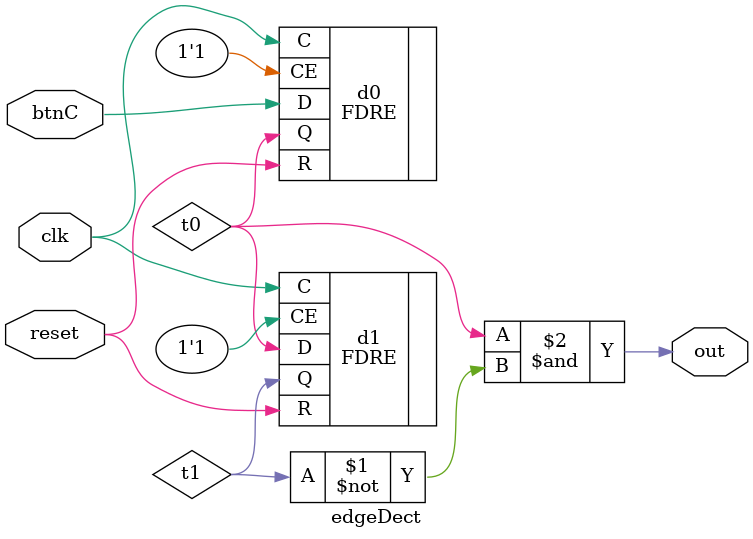
<source format=v>
module edgeDect(
    input btnC,
    input clk,
    input reset,
    output out
    );
    wire t0,t1;
    FDRE #(.INIT(1'b0) ) d0(.C(clk), .R(reset), .CE(1'b1), .D(btnC), .Q(t0));
    FDRE #(.INIT(1'b0) ) d1(.C(clk), .R(reset), .CE(1'b1), .D(t0), .Q(t1));
    assign out = t0 & ~t1;
       
       
       
       
    //FDRE #(.INIT(1'b0) ) d0(.C(clk), .R(reset), .CE(1'b1), .D(btnC), .Q(t[0]));
    //FDRE #(.INIT(1'b0) ) d1(.C(clk), .R(reset), .CE(t[0]), .D(t[0]), .Q(t[1]));
   // assign out = t[0]&~t[1];
   
endmodule
</source>
